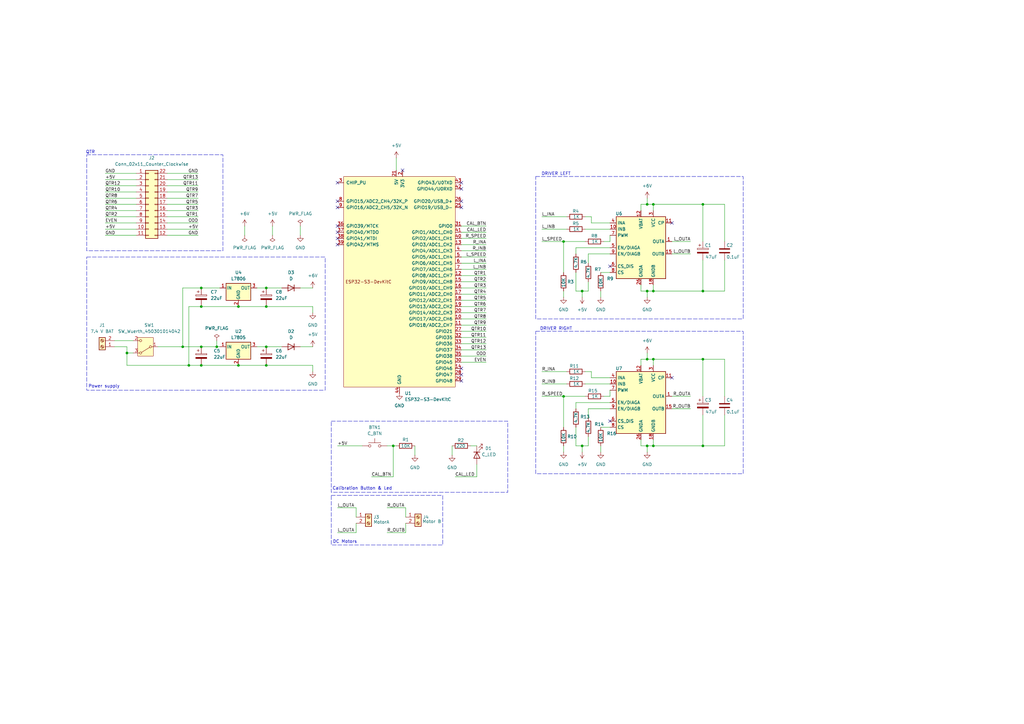
<source format=kicad_sch>
(kicad_sch (version 20231120) (generator "eeschema") (generator_version "8.0")
  (paper "A3")
  (lib_symbols
    (symbol "Connector:Screw_Terminal_01x02" (pin_names (offset 1.016) hide)
      (property "Reference" "J" (at 0 2.54 0))
      (property "Value" "Screw_Terminal_01x02" (at 0 -5.08 0))
      (symbol "Screw_Terminal_01x02_1_1"
        (rectangle (start -1.27 1.27) (end 1.27 -3.81) (stroke (width 0.254)) (fill (type background)))
        (circle (center 0 -2.54) (radius 0.635) (stroke (width 0.1524)))
        (polyline (pts (xy -0.5334 -2.2098) (xy 0.3302 -3.048)) (stroke (width 0.1524)))
        (polyline (pts (xy -0.5334 0.3302) (xy 0.3302 -0.508)) (stroke (width 0.1524)))
        (polyline (pts (xy -0.3556 -2.032) (xy 0.508 -2.8702)) (stroke (width 0.1524)))
        (polyline (pts (xy -0.3556 0.508) (xy 0.508 -0.3302)) (stroke (width 0.1524)))
        (circle (center 0 0) (radius 0.635) (stroke (width 0.1524)))
        (pin passive line (at -5.08 0 0) (length 3.81) (name "Pin_1") (number "1"))
        (pin passive line (at -5.08 -2.54 0) (length 3.81) (name "Pin_2") (number "2"))
      )
    )
    (symbol "Connector_Generic:Conn_02x11_Counter_Clockwise" (pin_names (offset 1.016) hide)
      (property "Reference" "J" (at 1.27 15.24 0))
      (property "Value" "Conn_02x11_Counter_Clockwise" (at 1.27 -15.24 0))
      (symbol "Conn_02x11_Counter_Clockwise_1_1"
        (rectangle (start -1.27 -12.573) (end 0 -12.827) (stroke (width 0.1524)))
        (rectangle (start -1.27 -10.033) (end 0 -10.287) (stroke (width 0.1524)))
        (rectangle (start -1.27 -7.493) (end 0 -7.747) (stroke (width 0.1524)))
        (rectangle (start -1.27 -4.953) (end 0 -5.207) (stroke (width 0.1524)))
        (rectangle (start -1.27 -2.413) (end 0 -2.667) (stroke (width 0.1524)))
        (rectangle (start -1.27 0.127) (end 0 -0.127) (stroke (width 0.1524)))
        (rectangle (start -1.27 2.667) (end 0 2.413) (stroke (width 0.1524)))
        (rectangle (start -1.27 5.207) (end 0 4.953) (stroke (width 0.1524)))
        (rectangle (start -1.27 7.747) (end 0 7.493) (stroke (width 0.1524)))
        (rectangle (start -1.27 10.287) (end 0 10.033) (stroke (width 0.1524)))
        (rectangle (start -1.27 12.827) (end 0 12.573) (stroke (width 0.1524)))
        (rectangle (start -1.27 13.97) (end 3.81 -13.97) (stroke (width 0.254)) (fill (type background)))
        (rectangle (start 3.81 -12.573) (end 2.54 -12.827) (stroke (width 0.1524)))
        (rectangle (start 3.81 -10.033) (end 2.54 -10.287) (stroke (width 0.1524)))
        (rectangle (start 3.81 -7.493) (end 2.54 -7.747) (stroke (width 0.1524)))
        (rectangle (start 3.81 -4.953) (end 2.54 -5.207) (stroke (width 0.1524)))
        (rectangle (start 3.81 -2.413) (end 2.54 -2.667) (stroke (width 0.1524)))
        (rectangle (start 3.81 0.127) (end 2.54 -0.127) (stroke (width 0.1524)))
        (rectangle (start 3.81 2.667) (end 2.54 2.413) (stroke (width 0.1524)))
        (rectangle (start 3.81 5.207) (end 2.54 4.953) (stroke (width 0.1524)))
        (rectangle (start 3.81 7.747) (end 2.54 7.493) (stroke (width 0.1524)))
        (rectangle (start 3.81 10.287) (end 2.54 10.033) (stroke (width 0.1524)))
        (rectangle (start 3.81 12.827) (end 2.54 12.573) (stroke (width 0.1524)))
        (pin passive line (at -5.08 12.7 0) (length 3.81) (name "Pin_1") (number "1"))
        (pin passive line (at -5.08 -10.16 0) (length 3.81) (name "Pin_10") (number "10"))
        (pin passive line (at -5.08 -12.7 0) (length 3.81) (name "Pin_11") (number "11"))
        (pin passive line (at 7.62 -12.7 180) (length 3.81) (name "Pin_12") (number "12"))
        (pin passive line (at 7.62 -10.16 180) (length 3.81) (name "Pin_13") (number "13"))
        (pin passive line (at 7.62 -7.62 180) (length 3.81) (name "Pin_14") (number "14"))
        (pin passive line (at 7.62 -5.08 180) (length 3.81) (name "Pin_15") (number "15"))
        (pin passive line (at 7.62 -2.54 180) (length 3.81) (name "Pin_16") (number "16"))
        (pin passive line (at 7.62 0 180) (length 3.81) (name "Pin_17") (number "17"))
        (pin passive line (at 7.62 2.54 180) (length 3.81) (name "Pin_18") (number "18"))
        (pin passive line (at 7.62 5.08 180) (length 3.81) (name "Pin_19") (number "19"))
        (pin passive line (at -5.08 10.16 0) (length 3.81) (name "Pin_2") (number "2"))
        (pin passive line (at 7.62 7.62 180) (length 3.81) (name "Pin_20") (number "20"))
        (pin passive line (at 7.62 10.16 180) (length 3.81) (name "Pin_21") (number "21"))
        (pin passive line (at 7.62 12.7 180) (length 3.81) (name "Pin_22") (number "22"))
        (pin passive line (at -5.08 7.62 0) (length 3.81) (name "Pin_3") (number "3"))
        (pin passive line (at -5.08 5.08 0) (length 3.81) (name "Pin_4") (number "4"))
        (pin passive line (at -5.08 2.54 0) (length 3.81) (name "Pin_5") (number "5"))
        (pin passive line (at -5.08 0 0) (length 3.81) (name "Pin_6") (number "6"))
        (pin passive line (at -5.08 -2.54 0) (length 3.81) (name "Pin_7") (number "7"))
        (pin passive line (at -5.08 -5.08 0) (length 3.81) (name "Pin_8") (number "8"))
        (pin passive line (at -5.08 -7.62 0) (length 3.81) (name "Pin_9") (number "9"))
      )
    )
    (symbol "Device:C" (pin_numbers hide) (pin_names (offset 0.254))
      (property "Reference" "C" (at 0.635 2.54 0))
      (property "Value" "C" (at 0.635 -2.54 0))
      (symbol "C_0_1"
        (polyline (pts (xy -2.032 -0.762) (xy 2.032 -0.762)) (stroke (width 0.508)))
        (polyline (pts (xy -2.032 0.762) (xy 2.032 0.762)) (stroke (width 0.508)))
      )
      (symbol "C_1_1"
        (pin passive line (at 0 3.81 270) (length 2.794) (name "~") (number "1"))
        (pin passive line (at 0 -3.81 90) (length 2.794) (name "~") (number "2"))
      )
    )
    (symbol "Device:C_Polarized" (pin_numbers hide) (pin_names (offset 0.254))
      (property "Reference" "C" (at 0.635 2.54 0))
      (property "Value" "C_Polarized" (at 0.635 -2.54 0))
      (symbol "C_Polarized_0_1"
        (rectangle (start -2.286 0.508) (end 2.286 1.016))
        (polyline (pts (xy -1.778 2.286) (xy -0.762 2.286)))
        (polyline (pts (xy -1.27 2.794) (xy -1.27 1.778)))
        (rectangle (start 2.286 -0.508) (end -2.286 -1.016) (fill (type outline)))
      )
      (symbol "C_Polarized_1_1"
        (pin passive line (at 0 3.81 270) (length 2.794) (name "~") (number "1"))
        (pin passive line (at 0 -3.81 90) (length 2.794) (name "~") (number "2"))
      )
    )
    (symbol "Device:D" (pin_numbers hide) (pin_names (offset 1.016) hide)
      (property "Reference" "D" (at 0 2.54 0))
      (property "Value" "D" (at 0 -2.54 0))
      (symbol "D_0_1"
        (polyline (pts (xy -1.27 1.27) (xy -1.27 -1.27)) (stroke (width 0.254)))
        (polyline (pts (xy 1.27 0) (xy -1.27 0)))
        (polyline (pts (xy 1.27 1.27) (xy 1.27 -1.27) (xy -1.27 0) (xy 1.27 1.27)) (stroke (width 0.254)))
      )
      (symbol "D_1_1"
        (pin passive line (at -3.81 0 0) (length 2.54) (name "K") (number "1"))
        (pin passive line (at 3.81 0 180) (length 2.54) (name "A") (number "2"))
      )
    )
    (symbol "Device:LED" (pin_numbers hide) (pin_names (offset 1.016) hide)
      (property "Reference" "D" (at 0 2.54 0))
      (property "Value" "LED" (at 0 -2.54 0))
      (symbol "LED_0_1"
        (polyline (pts (xy -1.27 -1.27) (xy -1.27 1.27)) (stroke (width 0.254)))
        (polyline (pts (xy -1.27 0) (xy 1.27 0)))
        (polyline (pts (xy 1.27 -1.27) (xy 1.27 1.27) (xy -1.27 0) (xy 1.27 -1.27)) (stroke (width 0.254)))
        (polyline (pts (xy -3.048 -0.762) (xy -4.572 -2.286) (xy -3.81 -2.286) (xy -4.572 -2.286) (xy -4.572 -1.524)))
        (polyline (pts (xy -1.778 -0.762) (xy -3.302 -2.286) (xy -2.54 -2.286) (xy -3.302 -2.286) (xy -3.302 -1.524)))
      )
      (symbol "LED_1_1"
        (pin passive line (at -3.81 0 0) (length 2.54) (name "K") (number "1"))
        (pin passive line (at 3.81 0 180) (length 2.54) (name "A") (number "2"))
      )
    )
    (symbol "Device:R" (pin_numbers hide) (pin_names (offset 0))
      (property "Reference" "R" (at 2.032 0 90))
      (property "Value" "R" (at 0 0 90))
      (symbol "R_0_1"
        (rectangle (start -1.016 -2.54) (end 1.016 2.54) (stroke (width 0.254)))
      )
      (symbol "R_1_1"
        (pin passive line (at 0 3.81 270) (length 1.27) (name "~") (number "1"))
        (pin passive line (at 0 -3.81 90) (length 1.27) (name "~") (number "2"))
      )
    )
    (symbol "Driver_Motor:VNH5019A-E"
      (property "Reference" "U" (at -7.62 13.97 0))
      (property "Value" "VNH5019A-E" (at 12.7 13.97 0))
      (symbol "VNH5019A-E_0_1"
        (rectangle (start -10.16 12.7) (end 10.16 -12.7) (stroke (width 0.254)) (fill (type background)))
      )
      (symbol "VNH5019A-E_1_1"
        (pin output line (at 12.7 2.54 180) (length 2.54) (name "OUTA") (number "1"))
        (pin input line (at -12.7 7.62 0) (length 2.54) (name "INB") (number "10"))
        (pin output line (at 12.7 10.16 180) (length 2.54) (name "CP") (number "11"))
        (pin power_in line (at 0 15.24 270) (length 2.54) (name "VBAT") (number "12"))
        (pin passive line (at 5.08 15.24 270) (length 2.54) hide (name "VCC") (number "13"))
        (pin no_connect line (at 10.16 -10.16 180) (length 2.54) hide (name "NC") (number "14"))
        (pin output line (at 12.7 -2.54 180) (length 2.54) (name "OUTB") (number "15"))
        (pin passive line (at 12.7 -2.54 180) (length 2.54) hide (name "OUTB") (number "16"))
        (pin no_connect line (at 10.16 -5.08 180) (length 2.54) hide (name "NC") (number "17"))
        (pin power_in line (at 5.08 -15.24 90) (length 2.54) (name "GNDB") (number "18"))
        (pin passive line (at 5.08 -15.24 90) (length 2.54) hide (name "GNDB") (number "19"))
        (pin no_connect line (at 10.16 -7.62 180) (length 2.54) hide (name "NC") (number "2"))
        (pin passive line (at 5.08 -15.24 90) (length 2.54) hide (name "GNDB") (number "20"))
        (pin passive line (at 12.7 -2.54 180) (length 2.54) hide (name "OUTB") (number "21"))
        (pin no_connect line (at 10.16 0 180) (length 2.54) hide (name "NC") (number "22"))
        (pin passive line (at 5.08 15.24 270) (length 2.54) hide (name "VCC") (number "23"))
        (pin no_connect line (at 10.16 5.08 180) (length 2.54) hide (name "NC") (number "24"))
        (pin passive line (at 12.7 2.54 180) (length 2.54) hide (name "OUTA") (number "25"))
        (pin power_in line (at 0 -15.24 90) (length 2.54) (name "GNDA") (number "26"))
        (pin passive line (at 0 -15.24 90) (length 2.54) hide (name "GNDA") (number "27"))
        (pin passive line (at 0 -15.24 90) (length 2.54) hide (name "GNDA") (number "28"))
        (pin no_connect line (at 10.16 7.62 180) (length 2.54) hide (name "NC") (number "29"))
        (pin power_in line (at 5.08 15.24 270) (length 2.54) (name "VCC") (number "3"))
        (pin passive line (at 12.7 2.54 180) (length 2.54) hide (name "OUTA") (number "30"))
        (pin passive line (at 5.08 15.24 270) (length 2.54) hide (name "VCC") (number "31"))
        (pin passive line (at 12.7 -2.54 180) (length 2.54) hide (name "OUTB") (number "32"))
        (pin passive line (at 12.7 2.54 180) (length 2.54) hide (name "OUTA") (number "33"))
        (pin input line (at -12.7 10.16 0) (length 2.54) (name "INA") (number "4"))
        (pin open_collector line (at -12.7 0 0) (length 2.54) (name "EN/DIAGA") (number "5"))
        (pin input line (at -12.7 -7.62 0) (length 2.54) (name "CS_DIS") (number "6"))
        (pin input line (at -12.7 5.08 0) (length 2.54) (name "PWM") (number "7"))
        (pin output line (at -12.7 -10.16 0) (length 2.54) (name "CS") (number "8"))
        (pin open_collector line (at -12.7 -2.54 0) (length 2.54) (name "EN/DIAGB") (number "9"))
      )
    )
    (symbol "PCM_Espressif:ESP32-S3-DevKitC" (pin_names (offset 1.016))
      (property "Reference" "U" (at -22.86 48.26 0))
      (property "Value" "ESP32-S3-DevKitC" (at -22.86 45.72 0))
      (symbol "ESP32-S3-DevKitC_0_0"
        (text "ESP32-S3-DevKitC" (at -12.7 0 0) (effects (font (size 1.27 1.27))))
        (pin bidirectional line (at 25.4 -35.56 180) (length 2.54) (name "GPIO46") (number "14"))
        (pin bidirectional line (at 25.4 -10.16 180) (length 2.54) (name "GPIO13/ADC2_CH2") (number "19"))
        (pin bidirectional line (at -25.4 15.24 0) (length 2.54) (name "GPIO42/MTMS") (number "39"))
        (pin bidirectional line (at 25.4 17.78 180) (length 2.54) (name "GPIO2/ADC1_CH1") (number "40"))
        (pin bidirectional line (at 25.4 20.32 180) (length 2.54) (name "GPIO1/ADC1_CH0") (number "41"))
        (pin bidirectional line (at 25.4 38.1 180) (length 2.54) (name "GPIO44/U0RXD") (number "42"))
        (pin bidirectional line (at 25.4 40.64 180) (length 2.54) (name "GPIO43/U0TXD") (number "43"))
        (pin power_in line (at 0 -45.72 90) (length 2.54) (name "GND") (number "44"))
      )
      (symbol "ESP32-S3-DevKitC_0_1"
        (rectangle (start -22.86 43.18) (end 22.86 -43.18) (fill (type background)))
        (pin power_in line (at 1.27 45.72 270) (length 2.54) (name "3V3") (number "2"))
      )
      (symbol "ESP32-S3-DevKitC_1_1"
        (pin passive line (at 1.27 45.72 270) (length 2.54) hide (name "3V3") (number "1"))
        (pin bidirectional line (at 25.4 -15.24 180) (length 2.54) (name "GPIO17/ADC2_CH6") (number "10"))
        (pin bidirectional line (at 25.4 -17.78 180) (length 2.54) (name "GPIO18/ADC2_CH7") (number "11"))
        (pin bidirectional line (at 25.4 2.54 180) (length 2.54) (name "GPIO8/ADC1_CH7") (number "12"))
        (pin bidirectional line (at 25.4 15.24 180) (length 2.54) (name "GPIO3/ADC1_CH2") (number "13"))
        (pin bidirectional line (at 25.4 0 180) (length 2.54) (name "GPIO9/ADC1_CH8") (number "15"))
        (pin bidirectional line (at 25.4 -2.54 180) (length 2.54) (name "GPIO10/ADC1_CH9") (number "16"))
        (pin bidirectional line (at 25.4 -5.08 180) (length 2.54) (name "GPIO11/ADC2_CH0") (number "17"))
        (pin bidirectional line (at 25.4 -7.62 180) (length 2.54) (name "GPIO12/ADC2_CH1") (number "18"))
        (pin bidirectional line (at 25.4 -12.7 180) (length 2.54) (name "GPIO14/ADC2_CH3") (number "20"))
        (pin power_in line (at -1.27 45.72 270) (length 2.54) (name "5V") (number "21"))
        (pin passive line (at 0 -45.72 90) (length 2.54) hide (name "GND") (number "22"))
        (pin passive line (at 0 -45.72 90) (length 2.54) hide (name "GND") (number "23"))
        (pin passive line (at 0 -45.72 90) (length 2.54) hide (name "GND") (number "24"))
        (pin bidirectional line (at 25.4 30.48 180) (length 2.54) (name "GPIO19/USB_D-") (number "25"))
        (pin bidirectional line (at 25.4 33.02 180) (length 2.54) (name "GPIO20/USB_D+") (number "26"))
        (pin bidirectional line (at 25.4 -20.32 180) (length 2.54) (name "GPIO21") (number "27"))
        (pin bidirectional line (at 25.4 -38.1 180) (length 2.54) (name "GPIO47") (number "28"))
        (pin bidirectional line (at 25.4 -40.64 180) (length 2.54) (name "GPIO48") (number "29"))
        (pin input line (at -25.4 40.64 0) (length 2.54) (name "CHIP_PU") (number "3"))
        (pin bidirectional line (at 25.4 -33.02 180) (length 2.54) (name "GPIO45") (number "30"))
        (pin bidirectional line (at 25.4 22.86 180) (length 2.54) (name "GPIO0") (number "31"))
        (pin bidirectional line (at 25.4 -22.86 180) (length 2.54) (name "GPIO35") (number "32"))
        (pin bidirectional line (at 25.4 -25.4 180) (length 2.54) (name "GPIO36") (number "33"))
        (pin bidirectional line (at 25.4 -27.94 180) (length 2.54) (name "GPIO37") (number "34"))
        (pin bidirectional line (at 25.4 -30.48 180) (length 2.54) (name "GPIO38") (number "35"))
        (pin bidirectional line (at -25.4 22.86 0) (length 2.54) (name "GPIO39/MTCK") (number "36"))
        (pin bidirectional line (at -25.4 20.32 0) (length 2.54) (name "GPIO40/MTDO") (number "37"))
        (pin bidirectional line (at -25.4 17.78 0) (length 2.54) (name "GPIO41/MTDI") (number "38"))
        (pin bidirectional line (at 25.4 12.7 180) (length 2.54) (name "GPIO4/ADC1_CH3") (number "4"))
        (pin bidirectional line (at 25.4 10.16 180) (length 2.54) (name "GPIO5/ADC1_CH4") (number "5"))
        (pin bidirectional line (at 25.4 7.62 180) (length 2.54) (name "GPIO6/ADC1_CH5") (number "6"))
        (pin bidirectional line (at 25.4 5.08 180) (length 2.54) (name "GPIO7/ADC1_CH6") (number "7"))
        (pin bidirectional line (at -25.4 33.02 0) (length 2.54) (name "GPIO15/ADC2_CH4/32K_P") (number "8"))
        (pin bidirectional line (at -25.4 30.48 0) (length 2.54) (name "GPIO16/ADC2_CH5/32K_N") (number "9"))
      )
    )
    (symbol "Regulator_Linear:L7805" (pin_names (offset 0.254))
      (property "Reference" "U" (at -3.81 3.175 0))
      (property "Value" "L7805" (at 0 3.175 0))
      (symbol "L7805_0_1"
        (rectangle (start -5.08 1.905) (end 5.08 -5.08) (stroke (width 0.254)) (fill (type background)))
      )
      (symbol "L7805_1_1"
        (pin power_in line (at -7.62 0 0) (length 2.54) (name "IN") (number "1"))
        (pin power_in line (at 0 -7.62 90) (length 2.54) (name "GND") (number "2"))
        (pin power_out line (at 7.62 0 180) (length 2.54) (name "OUT") (number "3"))
      )
    )
    (symbol "Regulator_Linear:L7806" (pin_names (offset 0.254))
      (property "Reference" "U" (at -3.81 3.175 0))
      (property "Value" "L7806" (at 0 3.175 0))
      (symbol "L7806_0_1"
        (rectangle (start -5.08 1.905) (end 5.08 -5.08) (stroke (width 0.254)) (fill (type background)))
      )
      (symbol "L7806_1_1"
        (pin power_in line (at -7.62 0 0) (length 2.54) (name "IN") (number "1"))
        (pin power_in line (at 0 -7.62 90) (length 2.54) (name "GND") (number "2"))
        (pin power_out line (at 7.62 0 180) (length 2.54) (name "OUT") (number "3"))
      )
    )
    (symbol "Switch:SW_Push" (pin_numbers hide) (pin_names (offset 1.016) hide)
      (property "Reference" "SW" (at 1.27 2.54 0))
      (property "Value" "SW_Push" (at 0 -1.524 0))
      (symbol "SW_Push_0_1"
        (circle (center -2.032 0) (radius 0.508))
        (polyline (pts (xy 0 1.27) (xy 0 3.048)))
        (polyline (pts (xy 2.54 1.27) (xy -2.54 1.27)))
        (circle (center 2.032 0) (radius 0.508))
        (pin passive line (at -5.08 0 0) (length 2.54) (name "1") (number "1"))
        (pin passive line (at 5.08 0 180) (length 2.54) (name "2") (number "2"))
      )
    )
    (symbol "Switch:SW_Wuerth_450301014042" (pin_names (offset 1) hide)
      (property "Reference" "SW" (at 0 5.08 0))
      (property "Value" "SW_Wuerth_450301014042" (at 0 -5.08 0))
      (symbol "SW_Wuerth_450301014042_0_1"
        (circle (center -2.032 0) (radius 0.4572))
        (polyline (pts (xy -1.651 0.254) (xy 1.651 2.286)))
        (circle (center 2.032 -2.54) (radius 0.4572))
        (circle (center 2.032 2.54) (radius 0.4572))
      )
      (symbol "SW_Wuerth_450301014042_1_1"
        (rectangle (start -3.175 3.81) (end 3.175 -3.81) (fill (type background)))
        (pin passive line (at -5.08 0 0) (length 2.54) (name "B") (number "1"))
        (pin passive line (at 5.08 -2.54 180) (length 2.54) (name "C") (number "2"))
        (pin passive line (at 5.08 2.54 180) (length 2.54) (name "A") (number "3"))
      )
    )
    (symbol "power:+5V" (power) (pin_numbers hide) (pin_names (offset 0) hide)
      (property "Value" "+5V" (at 0 3.556 0))
      (symbol "+5V_0_1"
        (polyline (pts (xy -0.762 1.27) (xy 0 2.54)))
        (polyline (pts (xy 0 0) (xy 0 2.54)))
        (polyline (pts (xy 0 2.54) (xy 0.762 1.27)))
      )
      (symbol "+5V_1_1"
        (pin power_in line (at 0 0 90) (length 0) (name "~") (number "1"))
      )
    )
    (symbol "power:GND" (power) (pin_numbers hide) (pin_names (offset 0) hide)
      (property "Value" "GND" (at 0 -3.81 0))
      (symbol "GND_0_1"
        (polyline (pts (xy 0 0) (xy 0 -1.27) (xy 1.27 -1.27) (xy 0 -2.54) (xy -1.27 -1.27) (xy 0 -1.27)))
      )
      (symbol "GND_1_1"
        (pin power_in line (at 0 0 270) (length 0) (name "~") (number "1"))
      )
    )
    (symbol "power:PWR_FLAG" (power) (pin_numbers hide) (pin_names (offset 0) hide)
      (property "Value" "PWR_FLAG" (at 0 3.81 0))
      (symbol "PWR_FLAG_0_0"
        (pin power_out line (at 0 0 90) (length 0) (name "~") (number "1"))
      )
      (symbol "PWR_FLAG_0_1"
        (polyline (pts (xy 0 0) (xy 0 1.27) (xy -1.016 1.905) (xy 0 2.54) (xy 1.016 1.905) (xy 0 1.27)))
      )
    )
    (symbol "power:VCC" (power) (pin_numbers hide) (pin_names (offset 0) hide)
      (property "Value" "VCC" (at 0 3.556 0))
      (symbol "VCC_0_1"
        (polyline (pts (xy -0.762 1.27) (xy 0 2.54)))
        (polyline (pts (xy 0 0) (xy 0 2.54)))
        (polyline (pts (xy 0 2.54) (xy 0.762 1.27)))
      )
      (symbol "VCC_1_1"
        (pin power_in line (at 0 0 90) (length 0) (name "~") (number "1"))
      )
    )
  )
  (junction (at 77.47 149.86))
  (junction (at 238.76 119.38))
  (junction (at 231.14 162.56))
  (junction (at 97.79 149.86))
  (junction (at 161.29 182.88))
  (junction (at 288.29 182.88))
  (junction (at 97.79 125.73))
  (junction (at 82.55 118.11))
  (junction (at 288.29 83.82))
  (junction (at 265.43 83.82))
  (junction (at 288.29 147.32))
  (junction (at 109.22 149.86))
  (junction (at 288.29 119.38))
  (junction (at 109.22 118.11))
  (junction (at 82.55 125.73))
  (junction (at 238.76 182.88))
  (junction (at 74.93 142.24))
  (junction (at 265.43 182.88))
  (junction (at 267.97 83.82))
  (junction (at 109.22 142.24))
  (junction (at 52.07 144.78))
  (junction (at 82.55 149.86))
  (junction (at 88.9 142.24))
  (junction (at 265.43 119.38))
  (junction (at 109.22 125.73))
  (junction (at 267.97 119.38))
  (junction (at 267.97 147.32))
  (junction (at 231.14 99.06))
  (junction (at 265.43 147.32))
  (junction (at 82.55 142.24))
  (junction (at 267.97 182.88))
  (no_connect (at 189.23 82.55))
  (no_connect (at 275.59 154.94))
  (no_connect (at 250.19 109.22))
  (no_connect (at 138.43 100.33))
  (no_connect (at 189.23 85.09))
  (no_connect (at 189.23 77.47))
  (no_connect (at 165.1 69.85))
  (no_connect (at 138.43 82.55))
  (no_connect (at 138.43 97.79))
  (no_connect (at 138.43 74.93))
  (no_connect (at 138.43 92.71))
  (no_connect (at 250.19 172.72))
  (no_connect (at 275.59 91.44))
  (no_connect (at 189.23 153.67))
  (no_connect (at 138.43 95.25))
  (no_connect (at 138.43 85.09))
  (no_connect (at 189.23 74.93))
  (no_connect (at 189.23 156.21))
  (no_connect (at 189.23 151.13))
  (wire (pts (xy 189.23 140.97) (xy 199.39 140.97)))
  (wire (pts (xy 267.97 182.88) (xy 265.43 182.88)))
  (wire (pts (xy 231.14 99.06) (xy 240.03 99.06)))
  (wire (pts (xy 267.97 147.32) (xy 267.97 149.86)))
  (wire (pts (xy 240.03 93.98) (xy 250.19 93.98)))
  (wire (pts (xy 297.18 99.06) (xy 297.18 83.82)))
  (wire (pts (xy 275.59 104.14) (xy 283.21 104.14)))
  (wire (pts (xy 43.18 71.12) (xy 55.88 71.12)))
  (wire (pts (xy 43.18 88.9) (xy 55.88 88.9)))
  (wire (pts (xy 158.75 182.88) (xy 161.29 182.88)))
  (wire (pts (xy 68.58 83.82) (xy 81.28 83.82)))
  (wire (pts (xy 161.29 182.88) (xy 162.56 182.88)))
  (wire (pts (xy 231.14 119.38) (xy 231.14 121.92)))
  (wire (pts (xy 231.14 162.56) (xy 240.03 162.56)))
  (wire (pts (xy 77.47 125.73) (xy 77.47 149.86)))
  (wire (pts (xy 109.22 118.11) (xy 115.57 118.11)))
  (wire (pts (xy 105.41 142.24) (xy 109.22 142.24)))
  (wire (pts (xy 77.47 149.86) (xy 82.55 149.86)))
  (wire (pts (xy 105.41 118.11) (xy 109.22 118.11)))
  (wire (pts (xy 231.14 99.06) (xy 231.14 111.76)))
  (wire (pts (xy 242.57 152.4) (xy 242.57 154.94)))
  (wire (pts (xy 189.23 123.19) (xy 199.39 123.19)))
  (wire (pts (xy 247.65 99.06) (xy 250.19 99.06)))
  (wire (pts (xy 189.23 125.73) (xy 199.39 125.73)))
  (wire (pts (xy 43.18 91.44) (xy 55.88 91.44)))
  (wire (pts (xy 161.29 182.88) (xy 161.29 195.58)))
  (wire (pts (xy 123.19 96.52) (xy 123.19 92.71)))
  (wire (pts (xy 195.58 190.5) (xy 195.58 195.58)))
  (wire (pts (xy 236.22 165.1) (xy 236.22 167.64)))
  (wire (pts (xy 265.43 83.82) (xy 267.97 83.82)))
  (wire (pts (xy 68.58 81.28) (xy 81.28 81.28)))
  (wire (pts (xy 43.18 76.2) (xy 55.88 76.2)))
  (wire (pts (xy 222.25 99.06) (xy 231.14 99.06)))
  (wire (pts (xy 189.23 110.49) (xy 199.39 110.49)))
  (wire (pts (xy 189.23 135.89) (xy 199.39 135.89)))
  (wire (pts (xy 189.23 120.65) (xy 199.39 120.65)))
  (wire (pts (xy 265.43 81.28) (xy 265.43 83.82)))
  (wire (pts (xy 185.42 182.88) (xy 185.42 186.69)))
  (wire (pts (xy 262.89 83.82) (xy 265.43 83.82)))
  (wire (pts (xy 46.99 142.24) (xy 52.07 142.24)))
  (wire (pts (xy 68.58 76.2) (xy 81.28 76.2)))
  (wire (pts (xy 267.97 83.82) (xy 267.97 86.36)))
  (wire (pts (xy 138.43 182.88) (xy 148.59 182.88)))
  (wire (pts (xy 236.22 182.88) (xy 238.76 182.88)))
  (wire (pts (xy 152.4 195.58) (xy 161.29 195.58)))
  (wire (pts (xy 52.07 144.78) (xy 54.61 144.78)))
  (wire (pts (xy 138.43 218.44) (xy 146.05 218.44)))
  (wire (pts (xy 170.18 182.88) (xy 170.18 186.69)))
  (wire (pts (xy 288.29 83.82) (xy 297.18 83.82)))
  (wire (pts (xy 111.76 92.71) (xy 111.76 96.52)))
  (wire (pts (xy 246.38 182.88) (xy 246.38 185.42)))
  (wire (pts (xy 262.89 147.32) (xy 262.89 149.86)))
  (wire (pts (xy 88.9 142.24) (xy 90.17 142.24)))
  (wire (pts (xy 241.3 104.14) (xy 250.19 104.14)))
  (wire (pts (xy 236.22 175.26) (xy 236.22 182.88)))
  (wire (pts (xy 236.22 165.1) (xy 250.19 165.1)))
  (wire (pts (xy 275.59 162.56) (xy 283.21 162.56)))
  (wire (pts (xy 82.55 125.73) (xy 97.79 125.73)))
  (wire (pts (xy 267.97 182.88) (xy 288.29 182.88)))
  (wire (pts (xy 241.3 167.64) (xy 241.3 171.45)))
  (wire (pts (xy 297.18 170.18) (xy 297.18 182.88)))
  (wire (pts (xy 236.22 119.38) (xy 238.76 119.38)))
  (wire (pts (xy 267.97 182.88) (xy 267.97 180.34)))
  (wire (pts (xy 146.05 214.63) (xy 146.05 218.44)))
  (wire (pts (xy 222.25 152.4) (xy 232.41 152.4)))
  (wire (pts (xy 43.18 93.98) (xy 55.88 93.98)))
  (wire (pts (xy 100.33 92.71) (xy 100.33 96.52)))
  (wire (pts (xy 97.79 125.73) (xy 109.22 125.73)))
  (wire (pts (xy 128.27 128.27) (xy 128.27 125.73)))
  (wire (pts (xy 297.18 106.68) (xy 297.18 119.38)))
  (wire (pts (xy 189.23 92.71) (xy 199.39 92.71)))
  (wire (pts (xy 242.57 154.94) (xy 250.19 154.94)))
  (wire (pts (xy 52.07 144.78) (xy 52.07 149.86)))
  (wire (pts (xy 189.23 107.95) (xy 199.39 107.95)))
  (wire (pts (xy 238.76 182.88) (xy 241.3 182.88)))
  (wire (pts (xy 288.29 106.68) (xy 288.29 119.38)))
  (wire (pts (xy 288.29 147.32) (xy 288.29 162.56)))
  (wire (pts (xy 241.3 179.07) (xy 241.3 182.88)))
  (wire (pts (xy 297.18 182.88) (xy 288.29 182.88)))
  (wire (pts (xy 222.25 88.9) (xy 232.41 88.9)))
  (wire (pts (xy 241.3 115.57) (xy 241.3 119.38)))
  (wire (pts (xy 275.59 99.06) (xy 283.21 99.06)))
  (wire (pts (xy 265.43 119.38) (xy 265.43 121.92)))
  (wire (pts (xy 262.89 119.38) (xy 265.43 119.38)))
  (wire (pts (xy 262.89 182.88) (xy 265.43 182.88)))
  (wire (pts (xy 240.03 157.48) (xy 250.19 157.48)))
  (wire (pts (xy 267.97 119.38) (xy 288.29 119.38)))
  (wire (pts (xy 43.18 78.74) (xy 55.88 78.74)))
  (wire (pts (xy 241.3 104.14) (xy 241.3 107.95)))
  (wire (pts (xy 146.05 212.09) (xy 146.05 208.28)))
  (wire (pts (xy 46.99 139.7) (xy 54.61 139.7)))
  (wire (pts (xy 189.23 97.79) (xy 199.39 97.79)))
  (wire (pts (xy 189.23 118.11) (xy 199.39 118.11)))
  (wire (pts (xy 189.23 138.43) (xy 199.39 138.43)))
  (wire (pts (xy 189.23 148.59) (xy 199.39 148.59)))
  (wire (pts (xy 267.97 147.32) (xy 288.29 147.32)))
  (wire (pts (xy 238.76 182.88) (xy 238.76 185.42)))
  (wire (pts (xy 109.22 149.86) (xy 128.27 149.86)))
  (wire (pts (xy 250.19 162.56) (xy 250.19 160.02)))
  (wire (pts (xy 240.03 152.4) (xy 242.57 152.4)))
  (wire (pts (xy 189.23 115.57) (xy 199.39 115.57)))
  (wire (pts (xy 88.9 139.7) (xy 88.9 142.24)))
  (wire (pts (xy 241.3 167.64) (xy 250.19 167.64)))
  (wire (pts (xy 97.79 149.86) (xy 109.22 149.86)))
  (wire (pts (xy 68.58 88.9) (xy 81.28 88.9)))
  (wire (pts (xy 262.89 83.82) (xy 262.89 86.36)))
  (wire (pts (xy 166.37 208.28) (xy 166.37 212.09)))
  (wire (pts (xy 193.04 182.88) (xy 195.58 182.88)))
  (wire (pts (xy 262.89 180.34) (xy 262.89 182.88)))
  (wire (pts (xy 43.18 83.82) (xy 55.88 83.82)))
  (wire (pts (xy 52.07 149.86) (xy 77.47 149.86)))
  (wire (pts (xy 189.23 143.51) (xy 199.39 143.51)))
  (wire (pts (xy 109.22 125.73) (xy 128.27 125.73)))
  (wire (pts (xy 297.18 162.56) (xy 297.18 147.32)))
  (wire (pts (xy 236.22 101.6) (xy 236.22 104.14)))
  (wire (pts (xy 158.75 218.44) (xy 166.37 218.44)))
  (wire (pts (xy 265.43 147.32) (xy 267.97 147.32)))
  (wire (pts (xy 123.19 118.11) (xy 128.27 118.11)))
  (wire (pts (xy 123.19 142.24) (xy 128.27 142.24)))
  (wire (pts (xy 250.19 99.06) (xy 250.19 96.52)))
  (wire (pts (xy 238.76 119.38) (xy 241.3 119.38)))
  (wire (pts (xy 68.58 93.98) (xy 81.28 93.98)))
  (wire (pts (xy 288.29 119.38) (xy 297.18 119.38)))
  (wire (pts (xy 68.58 86.36) (xy 81.28 86.36)))
  (wire (pts (xy 189.23 100.33) (xy 199.39 100.33)))
  (wire (pts (xy 43.18 81.28) (xy 55.88 81.28)))
  (wire (pts (xy 231.14 182.88) (xy 231.14 185.42)))
  (wire (pts (xy 288.29 83.82) (xy 288.29 99.06)))
  (wire (pts (xy 43.18 96.52) (xy 55.88 96.52)))
  (wire (pts (xy 265.43 182.88) (xy 265.43 185.42)))
  (wire (pts (xy 288.29 170.18) (xy 288.29 182.88)))
  (wire (pts (xy 82.55 118.11) (xy 90.17 118.11)))
  (wire (pts (xy 189.23 102.87) (xy 199.39 102.87)))
  (wire (pts (xy 262.89 147.32) (xy 265.43 147.32)))
  (wire (pts (xy 238.76 119.38) (xy 238.76 121.92)))
  (wire (pts (xy 262.89 116.84) (xy 262.89 119.38)))
  (wire (pts (xy 195.58 195.58) (xy 186.69 195.58)))
  (wire (pts (xy 267.97 119.38) (xy 265.43 119.38)))
  (wire (pts (xy 64.77 142.24) (xy 74.93 142.24)))
  (wire (pts (xy 43.18 86.36) (xy 55.88 86.36)))
  (wire (pts (xy 68.58 96.52) (xy 81.28 96.52)))
  (wire (pts (xy 267.97 119.38) (xy 267.97 116.84)))
  (wire (pts (xy 82.55 149.86) (xy 97.79 149.86)))
  (wire (pts (xy 43.18 73.66) (xy 55.88 73.66)))
  (wire (pts (xy 222.25 162.56) (xy 231.14 162.56)))
  (wire (pts (xy 138.43 208.28) (xy 146.05 208.28)))
  (wire (pts (xy 246.38 119.38) (xy 246.38 121.92)))
  (wire (pts (xy 74.93 118.11) (xy 82.55 118.11)))
  (wire (pts (xy 222.25 93.98) (xy 232.41 93.98)))
  (wire (pts (xy 242.57 91.44) (xy 250.19 91.44)))
  (wire (pts (xy 189.23 130.81) (xy 199.39 130.81)))
  (wire (pts (xy 68.58 78.74) (xy 81.28 78.74)))
  (wire (pts (xy 240.03 88.9) (xy 242.57 88.9)))
  (wire (pts (xy 222.25 157.48) (xy 232.41 157.48)))
  (wire (pts (xy 158.75 208.28) (xy 166.37 208.28)))
  (wire (pts (xy 189.23 95.25) (xy 199.39 95.25)))
  (wire (pts (xy 189.23 113.03) (xy 199.39 113.03)))
  (wire (pts (xy 109.22 142.24) (xy 115.57 142.24)))
  (wire (pts (xy 246.38 111.76) (xy 250.19 111.76)))
  (wire (pts (xy 68.58 71.12) (xy 81.28 71.12)))
  (wire (pts (xy 68.58 73.66) (xy 81.28 73.66)))
  (wire (pts (xy 189.23 105.41) (xy 199.39 105.41)))
  (wire (pts (xy 189.23 128.27) (xy 199.39 128.27)))
  (wire (pts (xy 128.27 152.4) (xy 128.27 149.86)))
  (wire (pts (xy 275.59 167.64) (xy 283.21 167.64)))
  (wire (pts (xy 231.14 162.56) (xy 231.14 175.26)))
  (wire (pts (xy 247.65 162.56) (xy 250.19 162.56)))
  (wire (pts (xy 88.9 142.24) (xy 82.55 142.24)))
  (wire (pts (xy 74.93 142.24) (xy 82.55 142.24)))
  (wire (pts (xy 236.22 111.76) (xy 236.22 119.38)))
  (wire (pts (xy 189.23 133.35) (xy 199.39 133.35)))
  (wire (pts (xy 265.43 144.78) (xy 265.43 147.32)))
  (wire (pts (xy 74.93 142.24) (xy 74.93 118.11)))
  (wire (pts (xy 246.38 175.26) (xy 250.19 175.26)))
  (wire (pts (xy 82.55 125.73) (xy 77.47 125.73)))
  (wire (pts (xy 236.22 101.6) (xy 250.19 101.6)))
  (wire (pts (xy 52.07 142.24) (xy 52.07 144.78)))
  (wire (pts (xy 166.37 214.63) (xy 166.37 218.44)))
  (wire (pts (xy 288.29 147.32) (xy 297.18 147.32)))
  (wire (pts (xy 189.23 146.05) (xy 199.39 146.05)))
  (wire (pts (xy 162.56 64.77) (xy 162.56 69.85)))
  (wire (pts (xy 68.58 91.44) (xy 81.28 91.44)))
  (wire (pts (xy 242.57 88.9) (xy 242.57 91.44)))
  (wire (pts (xy 267.97 83.82) (xy 288.29 83.82)))
  (rectangle (start 35.56 63.5) (end 91.44 102.87) (stroke (width 0) (type dash)))
  (rectangle (start 219.71 72.39) (end 304.8 130.81) (stroke (width 0) (type dash)))
  (rectangle (start 135.89 203.2) (end 181.61 223.52) (stroke (width 0) (type dash)))
  (rectangle (start 35.56 105.41) (end 133.35 160.02) (stroke (width 0) (type dash)))
  (rectangle (start 135.89 172.72) (end 208.28 201.93) (stroke (width 0) (type dash)))
  (rectangle (start 219.71 135.89) (end 304.8 194.31) (stroke (width 0) (type dash)))
  (text "Power supply" (at 42.672 158.496 0) (effects (font (size 1.27 1.27))))
  (text "QTR" (at 37.084 62.484 0) (effects (font (size 1.27 1.27))))
  (text "DRIVER LEFT" (at 228.092 71.374 0) (effects (font (size 1.27 1.27))))
  (text "DC Motors" (at 141.478 222.25 0) (effects (font (size 1.27 1.27))))
  (text "DRIVER RIGHT" (at 228.092 134.874 0) (effects (font (size 1.27 1.27))))
  (text "Calibration Button & Led\n" (at 148.59 200.406 0) (effects (font (size 1.27 1.27))))
  (label "CAL_LED" (at 199.39 95.25 180))
  (label "+5V" (at 43.18 93.98 0))
  (label "CAL_BTN" (at 152.4 195.58 0))
  (label "QTR1" (at 81.28 88.9 180))
  (label "L_SPEED" (at 222.25 99.06 0))
  (label "ODD" (at 81.28 91.44 180))
  (label "QTR11" (at 81.28 76.2 180))
  (label "QTR13" (at 81.28 73.66 180))
  (label "GND" (at 43.18 96.52 0))
  (label "CAL_BTN" (at 199.39 92.71 180))
  (label "QTR4" (at 199.39 120.65 180))
  (label "QTR8" (at 199.39 130.81 180))
  (label "L_INB" (at 199.39 110.49 180))
  (label "QTR10" (at 199.39 135.89 180))
  (label "GND" (at 81.28 96.52 180))
  (label "L_SPEED" (at 199.39 105.41 180))
  (label "L_INB" (at 222.25 93.98 0))
  (label "QTR9" (at 81.28 78.74 180))
  (label "QTR3" (at 81.28 86.36 180))
  (label "L_OUTA" (at 138.43 218.44 0))
  (label "QTR5" (at 81.28 83.82 180))
  (label "EVEN" (at 199.39 148.59 180))
  (label "QTR3" (at 199.39 118.11 180))
  (label "R_INA" (at 222.25 152.4 0))
  (label "R_OUTA" (at 158.75 208.28 0))
  (label "ODD" (at 199.39 146.05 180))
  (label "QTR5" (at 199.39 123.19 180))
  (label "GND" (at 81.28 71.12 180))
  (label "R_SPEED" (at 222.25 162.56 0))
  (label "QTR6" (at 199.39 125.73 180))
  (label "+5V" (at 138.43 182.88 0))
  (label "R_OUTB" (at 283.21 167.64 180))
  (label "GND" (at 43.18 71.12 0))
  (label "L_OUTA" (at 283.21 99.06 180))
  (label "QTR4" (at 43.18 86.36 0))
  (label "EVEN" (at 43.18 91.44 0))
  (label "R_SPEED" (at 199.39 97.79 180))
  (label "QTR7" (at 81.28 81.28 180))
  (label "R_OUTB" (at 158.75 218.44 0))
  (label "QTR10" (at 43.18 78.74 0))
  (label "R_INB" (at 222.25 157.48 0))
  (label "L_OUTA" (at 138.43 208.28 0))
  (label "+5V" (at 81.28 93.98 180))
  (label "QTR13" (at 199.39 143.51 180))
  (label "QTR6" (at 43.18 83.82 0))
  (label "QTR2" (at 43.18 88.9 0))
  (label "R_INB" (at 199.39 102.87 180))
  (label "R_INA" (at 199.39 100.33 180))
  (label "QTR12" (at 199.39 140.97 180))
  (label "R_OUTA" (at 283.21 162.56 180))
  (label "QTR12" (at 43.18 76.2 0))
  (label "QTR11" (at 199.39 138.43 180))
  (label "QTR2" (at 199.39 115.57 180))
  (label "L_OUTB" (at 283.21 104.14 180))
  (label "L_INA" (at 222.25 88.9 0))
  (label "QTR1" (at 199.39 113.03 180))
  (label "L_INA" (at 199.39 107.95 180))
  (label "+5V" (at 43.18 73.66 0))
  (label "QTR9" (at 199.39 133.35 180))
  (label "QTR7" (at 199.39 128.27 180))
  (label "CAL_LED" (at 186.69 195.58 0))
  (label "QTR8" (at 43.18 81.28 0))
  (symbol (lib_id "Device:R") (at 243.84 99.06 90) (unit 1)
    (property "Reference" "R8" (at 245.11 96.774 90) (effects (justify left)))
    (property "Value" "1K" (at 245.364 99.06 90) (effects (justify left)))
    (property "Footprint" "Resistor_SMD:R_0402_1005Metric" (effects (hide yes)))
    (property "Description" "Resistor" (effects (hide yes)))
  )
  (symbol (lib_id "Connector_Generic:Conn_02x11_Counter_Clockwise") (at 60.96 83.82 0) (unit 1)
    (property "Reference" "J2" (at 62.23 64.77 0))
    (property "Value" "Conn_02x11_Counter_Clockwise" (at 62.23 67.31 0))
    (property "Footprint" "Connector_FFC-FPC:TE_2-84952-2_1x22-1MP_P1.0mm_Horizontal" (effects (hide yes)))
    (property "Description" "Generic connector, double row, 02x11, counter clockwise pin numbering scheme (similar to DIP package numbering), script generated (kicad-library-utils/schlib/autogen/connector/)" (effects (hide yes)))
  )
  (symbol (lib_id "power:+5V") (at 238.76 185.42 180) (unit 1)
    (property "Reference" "#PWR010" (effects (hide yes)))
    (property "Value" "+5V" (at 238.76 190.5 0))
    (property "Description" "Power symbol creates a global label with name \"+5V\"" (effects (hide yes)))
  )
  (symbol (lib_id "power:GND") (at 231.14 121.92 0) (unit 1)
    (property "Reference" "#PWR04" (effects (hide yes)))
    (property "Value" "GND" (at 231.14 127 0))
    (property "Description" "Power symbol creates a global label with name \"GND\" , ground" (effects (hide yes)))
  )
  (symbol (lib_id "Device:D") (at 119.38 118.11 180) (unit 1)
    (property "Reference" "D3" (at 119.38 111.76 0))
    (property "Value" "D" (at 119.38 114.3 0))
    (property "Footprint" "Diode_SMD:D_1206_3216Metric" (effects (hide yes)))
    (property "Description" "Diode" (effects (hide yes)))
    (property "Sim.Device" "D" (effects (hide yes)))
    (property "Sim.Pins" "1=K 2=A" (effects (hide yes)))
  )
  (symbol (lib_id "power:GND") (at 185.42 186.69 0) (unit 1)
    (property "Reference" "#PWR03" (effects (hide yes)))
    (property "Value" "GND" (at 185.42 191.77 0))
    (property "Description" "Power symbol creates a global label with name \"GND\" , ground" (effects (hide yes)))
  )
  (symbol (lib_id "Connector:Screw_Terminal_01x02") (at 41.91 142.24 180) (unit 1)
    (property "Reference" "J1" (at 41.91 133.35 0))
    (property "Value" "7.4 V BAT" (at 41.91 135.89 0))
    (property "Footprint" "TerminalBlock_Phoenix:TerminalBlock_Phoenix_MPT-0,5-2-2.54_1x02_P2.54mm_Horizontal" (effects (hide yes)))
    (property "Description" "Generic screw terminal, single row, 01x02, script generated (kicad-library-utils/schlib/autogen/connector/)" (effects (hide yes)))
  )
  (symbol (lib_id "Connector:Screw_Terminal_01x02") (at 151.13 212.09 0) (unit 1)
    (property "Reference" "J3" (at 153.162 212.0899 0) (effects (justify left)))
    (property "Value" "MotorA" (at 153.162 214.122 0) (effects (justify left)))
    (property "Footprint" "TerminalBlock_Phoenix:TerminalBlock_Phoenix_MPT-0,5-2-2.54_1x02_P2.54mm_Horizontal" (effects (hide yes)))
    (property "Description" "Generic screw terminal, single row, 01x02, script generated (kicad-library-utils/schlib/autogen/connector/)" (effects (hide yes)))
  )
  (symbol (lib_id "power:GND") (at 246.38 185.42 0) (unit 1)
    (property "Reference" "#PWR011" (effects (hide yes)))
    (property "Value" "GND" (at 246.38 190.5 0))
    (property "Description" "Power symbol creates a global label with name \"GND\" , ground" (effects (hide yes)))
  )
  (symbol (lib_id "Device:R") (at 231.14 115.57 0) (unit 1)
    (property "Reference" "R3" (at 232.664 115.57 0) (effects (justify left)))
    (property "Value" "10K" (at 231.14 117.856 90) (effects (justify left)))
    (property "Footprint" "Resistor_SMD:R_1206_3216Metric" (effects (hide yes)))
    (property "Description" "Resistor" (effects (hide yes)))
  )
  (symbol (lib_id "Device:R") (at 243.84 162.56 90) (unit 1)
    (property "Reference" "R15" (at 245.11 160.274 90) (effects (justify left)))
    (property "Value" "1K" (at 245.364 162.56 90) (effects (justify left)))
    (property "Footprint" "Resistor_SMD:R_0402_1005Metric" (effects (hide yes)))
    (property "Description" "Resistor" (effects (hide yes)))
  )
  (symbol (lib_id "Device:C_Polarized") (at 82.55 121.92 0) (unit 1)
    (property "Reference" "C7" (at 86.36 119.7609 0) (effects (justify left)))
    (property "Value" "22uF" (at 86.36 122.3009 0) (effects (justify left)))
    (property "Footprint" "Capacitor_THT:CP_Radial_D5.0mm_P2.50mm" (effects (hide yes)))
    (property "Description" "Polarized capacitor" (effects (hide yes)))
  )
  (symbol (lib_id "Device:C") (at 297.18 102.87 0) (unit 1)
    (property "Reference" "C2" (at 297.942 100.584 0) (effects (justify left)))
    (property "Value" "0.1uF" (at 297.942 105.41 0) (effects (justify left)))
    (property "Footprint" "Capacitor_SMD:C_0603_1608Metric" (effects (hide yes)))
    (property "Description" "Unpolarized capacitor" (effects (hide yes)))
  )
  (symbol (lib_id "Switch:SW_Push") (at 153.67 182.88 0) (unit 1)
    (property "Reference" "BTN1" (at 153.67 175.26 0))
    (property "Value" "C_BTN" (at 153.67 177.8 0))
    (property "Footprint" "Button_Switch_SMD:SW_SPST_PTS645" (effects (hide yes)))
    (property "Description" "Push button switch, generic, two pins" (effects (hide yes)))
  )
  (symbol (lib_id "Device:R") (at 236.22 107.95 0) (unit 1)
    (property "Reference" "R6" (at 237.998 107.442 0) (effects (justify left)))
    (property "Value" "4.7K" (at 236.22 109.982 90) (effects (justify left)))
    (property "Footprint" "Resistor_SMD:R_0805_2012Metric" (effects (hide yes)))
    (property "Description" "Resistor" (effects (hide yes)))
  )
  (symbol (lib_id "PCM_Espressif:ESP32-S3-DevKitC") (at 163.83 115.57 0) (unit 1)
    (property "Reference" "U1" (at 166.0241 161.29 0) (effects (justify left)))
    (property "Value" "ESP32-S3-DevKitC" (at 166.0241 163.83 0) (effects (justify left)))
    (property "Footprint" "PCM_Espressif:ESP32-S3-DevKitC" (effects (hide yes)))
    (property "Description" "ESP32-S3-DevKitC" (effects (hide yes)))
  )
  (symbol (lib_id "Regulator_Linear:L7806") (at 97.79 118.11 0) (unit 1)
    (property "Reference" "U4" (at 97.79 111.76 0))
    (property "Value" "L7806" (at 97.79 114.3 0))
    (property "Footprint" "Package_TO_SOT_SMD:TO-252-2" (effects (hide yes)))
    (property "Datasheet" "http://www.st.com/content/ccc/resource/technical/document/datasheet/41/4f/b3/b0/12/d4/47/88/CD00000444.pdf/files/CD00000444.pdf/jcr:content/translations/en.CD00000444.pdf" (effects (hide yes)))
    (property "Description" "Positive 1.5A 35V Linear Regulator, Fixed Output 6V, TO-220/TO-263/TO-252" (effects (hide yes)))
  )
  (symbol (lib_id "Device:C_Polarized") (at 109.22 146.05 0) (unit 1)
    (property "Reference" "C6" (at 113.03 143.8909 0) (effects (justify left)))
    (property "Value" "22uF" (at 113.03 146.4309 0) (effects (justify left)))
    (property "Footprint" "Capacitor_THT:CP_Radial_D5.0mm_P2.50mm" (effects (hide yes)))
    (property "Description" "Polarized capacitor" (effects (hide yes)))
  )
  (symbol (lib_id "power:GND") (at 265.43 121.92 0) (unit 1)
    (property "Reference" "#PWR08" (effects (hide yes)))
    (property "Value" "GND" (at 265.43 127 0))
    (property "Description" "Power symbol creates a global label with name \"GND\" , ground" (effects (hide yes)))
  )
  (symbol (lib_id "Device:C_Polarized") (at 82.55 146.05 0) (unit 1)
    (property "Reference" "C5" (at 87.63 143.8909 0) (effects (justify left)))
    (property "Value" "22uF" (at 87.63 146.4309 0) (effects (justify left)))
    (property "Footprint" "Capacitor_THT:CP_Radial_D5.0mm_P2.50mm" (effects (hide yes)))
    (property "Description" "Polarized capacitor" (effects (hide yes)))
  )
  (symbol (lib_id "Device:R") (at 236.22 93.98 90) (unit 1)
    (property "Reference" "R5" (at 237.49 91.694 90) (effects (justify left)))
    (property "Value" "1K" (at 237.744 93.98 90) (effects (justify left)))
    (property "Footprint" "Resistor_SMD:R_0402_1005Metric" (effects (hide yes)))
    (property "Description" "Resistor" (effects (hide yes)))
  )
  (symbol (lib_id "power:GND") (at 246.38 121.92 0) (unit 1)
    (property "Reference" "#PWR06" (effects (hide yes)))
    (property "Value" "GND" (at 246.38 127 0))
    (property "Description" "Power symbol creates a global label with name \"GND\" , ground" (effects (hide yes)))
  )
  (symbol (lib_id "Device:D") (at 119.38 142.24 180) (unit 1)
    (property "Reference" "D2" (at 119.38 135.89 0))
    (property "Value" "D" (at 119.38 138.43 0))
    (property "Footprint" "Diode_SMD:D_1206_3216Metric" (effects (hide yes)))
    (property "Description" "Diode" (effects (hide yes)))
    (property "Sim.Device" "D" (effects (hide yes)))
    (property "Sim.Pins" "1=K 2=A" (effects (hide yes)))
  )
  (symbol (lib_id "power:+5V") (at 162.56 64.77 0) (unit 1)
    (property "Reference" "#PWR018" (effects (hide yes)))
    (property "Value" "+5V" (at 162.56 59.69 0))
    (property "Description" "Power symbol creates a global label with name \"+5V\"" (effects (hide yes)))
  )
  (symbol (lib_id "power:+5V") (at 128.27 142.24 0) (unit 1)
    (property "Reference" "#PWR015" (effects (hide yes)))
    (property "Value" "+5V" (at 128.27 137.16 0))
    (property "Description" "Power symbol creates a global label with name \"+5V\"" (effects (hide yes)))
  )
  (symbol (lib_id "Device:R") (at 236.22 157.48 90) (unit 1)
    (property "Reference" "R12" (at 237.49 155.194 90) (effects (justify left)))
    (property "Value" "1K" (at 237.744 157.48 90) (effects (justify left)))
    (property "Footprint" "Resistor_SMD:R_0402_1005Metric" (effects (hide yes)))
    (property "Description" "Resistor" (effects (hide yes)))
  )
  (symbol (lib_id "Device:R") (at 241.3 111.76 0) (unit 1)
    (property "Reference" "R7" (at 243.84 110.4899 0) (effects (justify left)))
    (property "Value" "4.7K" (at 241.3 114.046 90) (effects (justify left)))
    (property "Footprint" "Resistor_SMD:R_0805_2012Metric" (effects (hide yes)))
    (property "Description" "Resistor" (effects (hide yes)))
  )
  (symbol (lib_id "Device:R") (at 236.22 88.9 90) (unit 1)
    (property "Reference" "R4" (at 237.49 86.614 90) (effects (justify left)))
    (property "Value" "1K" (at 237.744 88.9 90) (effects (justify left)))
    (property "Footprint" "Resistor_SMD:R_0402_1005Metric" (effects (hide yes)))
    (property "Description" "Resistor" (effects (hide yes)))
  )
  (symbol (lib_id "power:PWR_FLAG") (at 123.19 92.71 0) (unit 1)
    (property "Reference" "#FLG03" (effects (hide yes)))
    (property "Value" "PWR_FLAG" (at 123.19 87.63 0))
    (property "Description" "Special symbol for telling ERC where power comes from" (effects (hide yes)))
  )
  (symbol (lib_id "Device:R") (at 231.14 179.07 0) (unit 1)
    (property "Reference" "R10" (at 232.664 179.07 0) (effects (justify left)))
    (property "Value" "10K" (at 231.14 181.356 90) (effects (justify left)))
    (property "Footprint" "Resistor_SMD:R_1206_3216Metric" (effects (hide yes)))
    (property "Description" "Resistor" (effects (hide yes)))
  )
  (symbol (lib_id "Device:C_Polarized") (at 288.29 102.87 0) (unit 1)
    (property "Reference" "C1" (at 289.052 100.584 0) (effects (justify left)))
    (property "Value" "47uF" (at 289.306 105.41 0) (effects (justify left)))
    (property "Footprint" "Capacitor_THT:CP_Radial_D5.0mm_P2.50mm" (effects (hide yes)))
    (property "Description" "Polarized capacitor" (effects (hide yes)))
  )
  (symbol (lib_id "Device:LED") (at 195.58 186.69 90) (mirror x) (unit 1)
    (property "Reference" "D1" (at 201.676 183.896 90) (effects (justify left)))
    (property "Value" "C_LED" (at 203.454 186.436 90) (effects (justify left)))
    (property "Footprint" "LED_SMD:LED_0805_2012Metric" (effects (hide yes)))
    (property "Description" "Light emitting diode" (effects (hide yes)))
  )
  (symbol (lib_id "power:PWR_FLAG") (at 111.76 96.52 180) (unit 1)
    (property "Reference" "#FLG02" (effects (hide yes)))
    (property "Value" "PWR_FLAG" (at 111.76 101.6 0))
    (property "Description" "Special symbol for telling ERC where power comes from" (effects (hide yes)))
  )
  (symbol (lib_id "Device:R") (at 236.22 171.45 0) (unit 1)
    (property "Reference" "R13" (at 237.998 170.942 0) (effects (justify left)))
    (property "Value" "4.7K" (at 236.22 173.482 90) (effects (justify left)))
    (property "Footprint" "Resistor_SMD:R_0805_2012Metric" (effects (hide yes)))
    (property "Description" "Resistor" (effects (hide yes)))
  )
  (symbol (lib_id "Device:C_Polarized") (at 288.29 166.37 0) (unit 1)
    (property "Reference" "C3" (at 289.052 164.084 0) (effects (justify left)))
    (property "Value" "47uF" (at 289.306 168.91 0) (effects (justify left)))
    (property "Footprint" "Capacitor_THT:CP_Radial_D5.0mm_P2.50mm" (effects (hide yes)))
    (property "Description" "Polarized capacitor" (effects (hide yes)))
  )
  (symbol (lib_id "Driver_Motor:VNH5019A-E") (at 262.89 165.1 0) (unit 1)
    (property "Reference" "U7" (at 252.476 151.13 0) (effects (justify left)))
    (property "Value" "VNH5019A-E" (effects (hide yes)))
    (property "Footprint" "Package_SO:ST_MultiPowerSO-30" (effects (hide yes)))
    (property "Datasheet" "https://www.st.com/resource/en/datasheet/vnh5019a-e.pdf" (effects (hide yes)))
    (property "Description" "Full Bridge Motor Driver, 41V, 30A, -40 to 150C, MultiPowerSO-30" (effects (hide yes)))
  )
  (symbol (lib_id "power:VCC") (at 111.76 92.71 0) (unit 1)
    (property "Reference" "#PWR020" (effects (hide yes)))
    (property "Value" "+5V" (at 111.76 87.63 0))
    (property "Description" "Power symbol creates a global label with name \"VCC\"" (effects (hide yes)))
  )
  (symbol (lib_id "power:VCC") (at 265.43 81.28 0) (unit 1)
    (property "Reference" "#PWR07" (effects (hide yes)))
    (property "Value" "+6V" (at 265.43 76.2 0))
    (property "Description" "Power symbol creates a global label with name \"VCC\"" (effects (hide yes)))
  )
  (symbol (lib_id "Regulator_Linear:L7805") (at 97.79 142.24 0) (unit 1)
    (property "Reference" "U2" (at 97.79 135.89 0))
    (property "Value" "L7805" (at 97.79 138.43 0))
    (property "Footprint" "Package_TO_SOT_SMD:TO-252-2" (effects (hide yes)))
    (property "Datasheet" "http://www.st.com/content/ccc/resource/technical/document/datasheet/41/4f/b3/b0/12/d4/47/88/CD00000444.pdf/files/CD00000444.pdf/jcr:content/translations/en.CD00000444.pdf" (effects (hide yes)))
    (property "Description" "Positive 1.5A 35V Linear Regulator, Fixed Output 5V, TO-220/TO-263/TO-252" (effects (hide yes)))
  )
  (symbol (lib_id "power:GND") (at 265.43 185.42 0) (unit 1)
    (property "Reference" "#PWR013" (effects (hide yes)))
    (property "Value" "GND" (at 265.43 190.5 0))
    (property "Description" "Power symbol creates a global label with name \"GND\" , ground" (effects (hide yes)))
  )
  (symbol (lib_id "power:PWR_FLAG") (at 88.9 139.7 0) (unit 1)
    (property "Reference" "#FLG04" (effects (hide yes)))
    (property "Value" "PWR_FLAG" (at 88.9 134.62 0))
    (property "Description" "Special symbol for telling ERC where power comes from" (effects (hide yes)))
  )
  (symbol (lib_id "power:GND") (at 123.19 96.52 0) (unit 1)
    (property "Reference" "#PWR021" (effects (hide yes)))
    (property "Value" "GND" (at 123.19 101.6 0))
    (property "Description" "Power symbol creates a global label with name \"GND\" , ground" (effects (hide yes)))
  )
  (symbol (lib_id "power:VCC") (at 265.43 144.78 0) (unit 1)
    (property "Reference" "#PWR012" (effects (hide yes)))
    (property "Value" "+6V" (at 265.43 139.7 0))
    (property "Description" "Power symbol creates a global label with name \"VCC\"" (effects (hide yes)))
  )
  (symbol (lib_id "power:GND") (at 128.27 152.4 0) (unit 1)
    (property "Reference" "#PWR014" (effects (hide yes)))
    (property "Value" "GND" (at 128.27 157.48 0))
    (property "Description" "Power symbol creates a global label with name \"GND\" , ground" (effects (hide yes)))
  )
  (symbol (lib_id "power:GND") (at 231.14 185.42 0) (unit 1)
    (property "Reference" "#PWR09" (effects (hide yes)))
    (property "Value" "GND" (at 231.14 190.5 0))
    (property "Description" "Power symbol creates a global label with name \"GND\" , ground" (effects (hide yes)))
  )
  (symbol (lib_id "power:GND") (at 128.27 128.27 0) (unit 1)
    (property "Reference" "#PWR016" (effects (hide yes)))
    (property "Value" "GND" (at 128.27 133.35 0))
    (property "Description" "Power symbol creates a global label with name \"GND\" , ground" (effects (hide yes)))
  )
  (symbol (lib_id "Connector:Screw_Terminal_01x02") (at 171.45 212.09 0) (unit 1)
    (property "Reference" "J4" (at 173.482 212.09 0) (effects (justify left)))
    (property "Value" "Motor B" (at 173.228 213.868 0) (effects (justify left)))
    (property "Footprint" "TerminalBlock_Phoenix:TerminalBlock_Phoenix_MPT-0,5-2-2.54_1x02_P2.54mm_Horizontal" (effects (hide yes)))
    (property "Description" "Generic screw terminal, single row, 01x02, script generated (kicad-library-utils/schlib/autogen/connector/)" (effects (hide yes)))
  )
  (symbol (lib_id "Switch:SW_Wuerth_450301014042") (at 59.69 142.24 180) (unit 1)
    (property "Reference" "SW1" (at 61.214 133.35 0))
    (property "Value" "SW_Wuerth_450301014042" (at 61.214 135.89 0))
    (property "Footprint" "Button_Switch_THT:SW_Slide-03_Wuerth-WS-SLTV_10x2.5x6.4_P2.54mm" (effects (hide yes)))
    (property "Datasheet" "https://www.we-online.com/components/products/datasheet/450301014042.pdf" (effects (hide yes)))
    (property "Description" "Switch slide, single pole double throw" (effects (hide yes)))
  )
  (symbol (lib_id "Device:R") (at 189.23 182.88 270) (unit 1)
    (property "Reference" "R2" (at 188.976 180.594 90))
    (property "Value" "220" (at 188.976 182.88 90))
    (property "Footprint" "Resistor_SMD:R_0603_1608Metric" (effects (hide yes)))
    (property "Description" "Resistor" (effects (hide yes)))
  )
  (symbol (lib_id "power:+5V") (at 238.76 121.92 180) (unit 1)
    (property "Reference" "#PWR05" (effects (hide yes)))
    (property "Value" "+5V" (at 238.76 127 0))
    (property "Description" "Power symbol creates a global label with name \"+5V\"" (effects (hide yes)))
  )
  (symbol (lib_id "Device:R") (at 241.3 175.26 0) (unit 1)
    (property "Reference" "R14" (at 243.84 173.9899 0) (effects (justify left)))
    (property "Value" "4.7K" (at 241.3 177.546 90) (effects (justify left)))
    (property "Footprint" "Resistor_SMD:R_0805_2012Metric" (effects (hide yes)))
    (property "Description" "Resistor" (effects (hide yes)))
  )
  (symbol (lib_id "power:+5V") (at 128.27 118.11 0) (unit 1)
    (property "Reference" "#PWR01" (effects (hide yes)))
    (property "Value" "+6V" (at 128.27 113.03 0))
    (property "Description" "Power symbol creates a global label with name \"+5V\"" (effects (hide yes)))
  )
  (symbol (lib_id "power:GND") (at 170.18 186.69 0) (unit 1)
    (property "Reference" "#PWR02" (effects (hide yes)))
    (property "Value" "GND" (at 170.18 191.77 0))
    (property "Description" "Power symbol creates a global label with name \"GND\" , ground" (effects (hide yes)))
  )
  (symbol (lib_id "Device:R") (at 246.38 115.57 0) (unit 1)
    (property "Reference" "R9" (at 248.92 114.2999 0) (effects (justify left)))
    (property "Value" "10K" (at 246.38 117.856 90) (effects (justify left)))
    (property "Footprint" "Resistor_SMD:R_1206_3216Metric" (effects (hide yes)))
    (property "Description" "Resistor" (effects (hide yes)))
  )
  (symbol (lib_id "power:VCC") (at 100.33 92.71 0) (unit 1)
    (property "Reference" "#PWR019" (effects (hide yes)))
    (property "Value" "+6V" (at 100.33 87.63 0))
    (property "Description" "Power symbol creates a global label with name \"VCC\"" (effects (hide yes)))
  )
  (symbol (lib_id "Driver_Motor:VNH5019A-E") (at 262.89 101.6 0) (unit 1)
    (property "Reference" "U6" (at 252.476 87.63 0) (effects (justify left)))
    (property "Value" "VNH5019A-E" (effects (hide yes)))
    (property "Footprint" "Package_SO:ST_MultiPowerSO-30" (effects (hide yes)))
    (property "Datasheet" "https://www.st.com/resource/en/datasheet/vnh5019a-e.pdf" (effects (hide yes)))
    (property "Description" "Full Bridge Motor Driver, 41V, 30A, -40 to 150C, MultiPowerSO-30" (effects (hide yes)))
  )
  (symbol (lib_id "Device:C_Polarized") (at 109.22 121.92 0) (unit 1)
    (property "Reference" "C8" (at 113.03 119.7609 0) (effects (justify left)))
    (property "Value" "22uF" (at 113.03 122.3009 0) (effects (justify left)))
    (property "Footprint" "Capacitor_THT:CP_Radial_D5.0mm_P2.50mm" (effects (hide yes)))
    (property "Description" "Polarized capacitor" (effects (hide yes)))
  )
  (symbol (lib_id "Device:R") (at 246.38 179.07 0) (unit 1)
    (property "Reference" "R16" (at 248.92 177.7999 0) (effects (justify left)))
    (property "Value" "10K" (at 246.38 181.356 90) (effects (justify left)))
    (property "Footprint" "Resistor_SMD:R_1206_3216Metric" (effects (hide yes)))
    (property "Description" "Resistor" (effects (hide yes)))
  )
  (symbol (lib_id "power:PWR_FLAG") (at 100.33 96.52 180) (unit 1)
    (property "Reference" "#FLG01" (effects (hide yes)))
    (property "Value" "PWR_FLAG" (at 100.33 101.6 0))
    (property "Description" "Special symbol for telling ERC where power comes from" (effects (hide yes)))
  )
  (symbol (lib_id "Device:R") (at 166.37 182.88 270) (unit 1)
    (property "Reference" "R1" (at 166.37 180.34 90))
    (property "Value" "10K" (at 166.37 182.88 90))
    (property "Footprint" "Resistor_SMD:R_1206_3216Metric" (effects (hide yes)))
    (property "Description" "Resistor" (effects (hide yes)))
  )
  (symbol (lib_id "Device:R") (at 236.22 152.4 90) (unit 1)
    (property "Reference" "R11" (at 237.49 150.114 90) (effects (justify left)))
    (property "Value" "1K" (at 237.744 152.4 90) (effects (justify left)))
    (property "Footprint" "Resistor_SMD:R_0402_1005Metric" (effects (hide yes)))
    (property "Description" "Resistor" (effects (hide yes)))
  )
  (symbol (lib_id "power:GND") (at 163.83 161.29 0) (unit 1)
    (property "Reference" "#PWR017" (effects (hide yes)))
    (property "Value" "GND" (at 163.83 166.37 0))
    (property "Description" "Power symbol creates a global label with name \"GND\" , ground" (effects (hide yes)))
  )
  (symbol (lib_id "Device:C") (at 297.18 166.37 0) (unit 1)
    (property "Reference" "C4" (at 297.942 164.084 0) (effects (justify left)))
    (property "Value" "0.1uF" (at 297.942 168.91 0) (effects (justify left)))
    (property "Footprint" "Capacitor_SMD:C_0603_1608Metric" (effects (hide yes)))
    (property "Description" "Unpolarized capacitor" (effects (hide yes)))
  )
)
</source>
